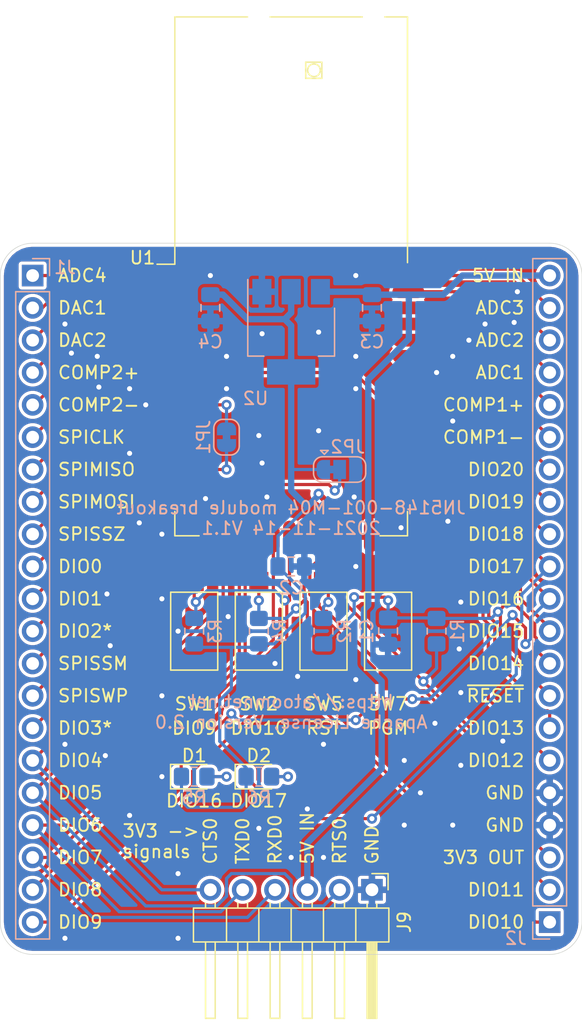
<source format=kicad_pcb>
(kicad_pcb (version 20171130) (host pcbnew "(5.1.12)-1")
  (title_block (date 2021-11-14) (rev V1.1))
  (layers (0 F.Cu signal) (31 B.Cu signal) (34 B.Paste user hide) (35 F.Paste user hide) (36 B.SilkS user) (37 F.SilkS user) (38 B.Mask user) (39 F.Mask user) (44 Edge.Cuts user))
  (net 0 "")
  (net 1 SPISSZ)
  (net 2 SPISSM)
  (net 3 +3V3)
  (net 4 SPISWP)
  (net 5 GND)
  (net 6 ~RESET)
  (net 7 "Net-(R2-Pad2)")
  (net 8 SPIMISO)
  (net 9 DIO10)
  (net 10 DIO17)
  (net 11 DIO16)
  (net 12 DIO11)
  (net 13 DIO9)
  (net 14 DIO8)
  (net 15 DIO7)
  (net 16 DIO6)
  (net 17 DIO5)
  (net 18 DIO4)
  (net 19 DIO20)
  (net 20 DIO18)
  (net 21 DIO19)
  (net 22 DIO13)
  (net 23 DIO15)
  (net 24 DIO14)
  (net 25 DIO12)
  (net 26 SPIMOSI)
  (net 27 DIO0)
  (net 28 DIO1)
  (net 29 +5V)
  (net 30 "Net-(D1-Pad2)")
  (net 31 "Net-(D2-Pad2)")
  (net 32 ADC3)
  (net 33 ADC2)
  (net 34 ADC1)
  (net 35 COMP1+)
  (net 36 COMP1-)
  (net 37 ADC4)
  (net 38 DAC1)
  (net 39 DAC2)
  (net 40 COMP2+)
  (net 41 COMP2-)
  (net 42 SPICLK)
  (net 43 Radio_Transmit_Control)
  (net 44 Radio_Receive_Control)
  (module RF_Module-extra:JN5148-001-M04-handsolder (layer F.Cu) (at 144.78 93.98)
    (fp_text reference U1 (at -11.684 -19.177) (layer F.SilkS))
    (fp_text value JN5148-001-M04)
    (pad 26 smd oval (at 6.22 2.73 90) (size 2.5 1) (layers F.Cu F.Paste F.Mask) (net 5 GND))
    (pad 25 smd oval (at 4.95 2.73 90) (size 2.5 1) (layers F.Cu F.Paste F.Mask) (net 5 GND))
    (pad 24 smd oval (at 3.68 2.73 90) (size 2.5 1) (layers F.Cu F.Paste F.Mask) (net 3 +3V3))
    (pad 23 smd oval (at 2.41 2.73 90) (size 2.5 1) (layers F.Cu F.Paste F.Mask) (net 12 DIO11))
    (pad 22 smd oval (at 1.14 2.73 90) (size 2.5 1) (layers F.Cu F.Paste F.Mask) (net 9 DIO10))
    (pad 21 smd oval (at -0.13 2.73 90) (size 2.5 1) (layers F.Cu F.Paste F.Mask) (net 13 DIO9))
    (pad 20 smd oval (at -1.4 2.73 90) (size 2.5 1) (layers F.Cu F.Paste F.Mask) (net 14 DIO8))
    (pad 19 smd oval (at -2.67 2.73 90) (size 2.5 1) (layers F.Cu F.Paste F.Mask) (net 15 DIO7))
    (pad 18 smd oval (at -3.94 2.73 90) (size 2.5 1) (layers F.Cu F.Paste F.Mask) (net 16 DIO6))
    (pad 17 smd oval (at -5.21 2.73 90) (size 2.5 1) (layers F.Cu F.Paste F.Mask) (net 17 DIO5))
    (pad 16 smd oval (at -6.48 2.73 90) (size 2.5 1) (layers F.Cu F.Paste F.Mask) (net 18 DIO4))
    (pad 41 smd oval (at 9.21 -17.78) (size 2.5 1) (layers F.Cu F.Paste F.Mask) (net 32 ADC3))
    (pad 40 smd oval (at 9.21 -16.51) (size 2.5 1) (layers F.Cu F.Paste F.Mask) (net 33 ADC2))
    (pad 39 smd oval (at 9.21 -15.24) (size 2.5 1) (layers F.Cu F.Paste F.Mask) (net 34 ADC1))
    (pad 38 smd oval (at 9.21 -13.97) (size 2.5 1) (layers F.Cu F.Paste F.Mask) (net 35 COMP1+))
    (pad 36 smd oval (at 9.21 -11.43) (size 2.5 1) (layers F.Cu F.Paste F.Mask) (net 19 DIO20))
    (pad 34 smd oval (at 9.21 -8.89) (size 2.5 1) (layers F.Cu F.Paste F.Mask) (net 20 DIO18))
    (pad 35 smd oval (at 9.21 -10.16) (size 2.5 1) (layers F.Cu F.Paste F.Mask) (net 21 DIO19))
    (pad 37 smd oval (at 9.21 -12.7) (size 2.5 1) (layers F.Cu F.Paste F.Mask) (net 36 COMP1-))
    (pad 28 smd oval (at 9.21 -1.27) (size 2.5 1) (layers F.Cu F.Paste F.Mask) (net 22 DIO13))
    (pad 29 smd oval (at 9.21 -2.54) (size 2.5 1) (layers F.Cu F.Paste F.Mask) (net 6 ~RESET))
    (pad 31 smd oval (at 9.21 -5.08) (size 2.5 1) (layers F.Cu F.Paste F.Mask) (net 23 DIO15))
    (pad 30 smd oval (at 9.21 -3.81) (size 2.5 1) (layers F.Cu F.Paste F.Mask) (net 24 DIO14))
    (pad 33 smd oval (at 9.21 -7.62) (size 2.5 1) (layers F.Cu F.Paste F.Mask) (net 10 DIO17))
    (pad 32 smd oval (at 9.21 -6.35) (size 2.5 1) (layers F.Cu F.Paste F.Mask) (net 11 DIO16))
    (pad 27 smd oval (at 9.21 0) (size 2.5 1) (layers F.Cu F.Paste F.Mask) (net 25 DIO12))
    (pad 1 smd oval (at -9.21 -17.78) (size 2.5 1) (layers F.Cu F.Paste F.Mask) (net 37 ADC4))
    (pad 2 smd oval (at -9.21 -16.51) (size 2.5 1) (layers F.Cu F.Paste F.Mask) (net 38 DAC1))
    (pad 3 smd oval (at -9.21 -15.24) (size 2.5 1) (layers F.Cu F.Paste F.Mask) (net 39 DAC2))
    (pad 4 smd oval (at -9.21 -13.97) (size 2.5 1) (layers F.Cu F.Paste F.Mask) (net 40 COMP2+))
    (pad 5 smd oval (at -9.21 -12.7) (size 2.5 1) (layers F.Cu F.Paste F.Mask) (net 41 COMP2-))
    (pad 6 smd oval (at -9.21 -11.43) (size 2.5 1) (layers F.Cu F.Paste F.Mask) (net 42 SPICLK))
    (pad 7 smd oval (at -9.21 -10.16) (size 2.5 1) (layers F.Cu F.Paste F.Mask) (net 8 SPIMISO))
    (pad 8 smd oval (at -9.21 -8.89) (size 2.5 1) (layers F.Cu F.Paste F.Mask) (net 26 SPIMOSI))
    (pad 9 smd oval (at -9.21 -7.62) (size 2.5 1) (layers F.Cu F.Paste F.Mask) (net 1 SPISSZ))
    (pad 10 smd oval (at -9.21 -6.35) (size 2.5 1) (layers F.Cu F.Paste F.Mask) (net 27 DIO0))
    (pad 11 smd oval (at -9.21 -5.08) (size 2.5 1) (layers F.Cu F.Paste F.Mask) (net 28 DIO1))
    (pad 12 smd oval (at -9.21 -3.81) (size 2.5 1) (layers F.Cu F.Paste F.Mask) (net 44 Radio_Receive_Control))
    (pad 13 smd oval (at -9.21 -2.54) (size 2.5 1) (layers F.Cu F.Paste F.Mask) (net 2 SPISSM))
    (pad 14 smd oval (at -9.21 -1.27) (size 2.5 1) (layers F.Cu F.Paste F.Mask) (net 4 SPISWP))
    (pad 15 smd oval (at -9.21 0) (size 2.5 1) (layers F.Cu F.Paste F.Mask) (net 43 Radio_Transmit_Control))
  )
  (module Capacitor_SMD:C_0805_2012Metric_Pad1.18x1.45mm_HandSolder (layer B.Cu) (at 144.78 99.06)
    (fp_text reference C2 (at 0 1.68) (layer B.SilkS) (effects (justify mirror)))
    (fp_text value 100nF)
    (pad 2 smd roundrect (at 1.0375 0) (size 1.175 1.45) (layers B.Cu B.Paste B.Mask) (roundrect_rratio 0.2127659574468085) (net 5 GND))
    (pad 1 smd roundrect (at -1.0375 0) (size 1.175 1.45) (layers B.Cu B.Paste B.Mask) (roundrect_rratio 0.2127659574468085) (net 3 +3V3))
  )
  (module Connector_PinHeader_2.54mm-extra:PinHeader_1x21+21_P2.54mm_Vertical (layer B.Cu) (at 165.1 127)
    (fp_text reference J2 (at -2.667 1.27) (layer B.SilkS) (effects (justify mirror)))
    (fp_text value Conn_01x21_Male)
    (pad 42 thru_hole oval (at 0 -50.8) (size 1.7 1.7) (drill 1) (layers *.Cu *.Mask) (net 29 +5V))
    (pad 41 thru_hole oval (at 0 -48.26) (size 1.7 1.7) (drill 1) (layers *.Cu *.Mask) (net 32 ADC3))
    (pad 40 thru_hole oval (at 0 -45.72) (size 1.7 1.7) (drill 1) (layers *.Cu *.Mask) (net 33 ADC2))
    (pad 39 thru_hole oval (at 0 -43.18) (size 1.7 1.7) (drill 1) (layers *.Cu *.Mask) (net 34 ADC1))
    (pad 38 thru_hole oval (at 0 -40.64) (size 1.7 1.7) (drill 1) (layers *.Cu *.Mask) (net 35 COMP1+))
    (pad 37 thru_hole oval (at 0 -38.1) (size 1.7 1.7) (drill 1) (layers *.Cu *.Mask) (net 36 COMP1-))
    (pad 36 thru_hole oval (at 0 -35.56) (size 1.7 1.7) (drill 1) (layers *.Cu *.Mask) (net 19 DIO20))
    (pad 35 thru_hole oval (at 0 -33.02) (size 1.7 1.7) (drill 1) (layers *.Cu *.Mask) (net 21 DIO19))
    (pad 34 thru_hole oval (at 0 -30.48) (size 1.7 1.7) (drill 1) (layers *.Cu *.Mask) (net 20 DIO18))
    (pad 33 thru_hole oval (at 0 -27.94) (size 1.7 1.7) (drill 1) (layers *.Cu *.Mask) (net 10 DIO17))
    (pad 32 thru_hole oval (at 0 -25.4) (size 1.7 1.7) (drill 1) (layers *.Cu *.Mask) (net 11 DIO16))
    (pad 31 thru_hole oval (at 0 -22.86) (size 1.7 1.7) (drill 1) (layers *.Cu *.Mask) (net 23 DIO15))
    (pad 30 thru_hole oval (at 0 -20.32) (size 1.7 1.7) (drill 1) (layers *.Cu *.Mask) (net 24 DIO14))
    (pad 29 thru_hole oval (at 0 -17.78) (size 1.7 1.7) (drill 1) (layers *.Cu *.Mask) (net 6 ~RESET))
    (pad 28 thru_hole oval (at 0 -15.24) (size 1.7 1.7) (drill 1) (layers *.Cu *.Mask) (net 22 DIO13))
    (pad 27 thru_hole oval (at 0 -12.7) (size 1.7 1.7) (drill 1) (layers *.Cu *.Mask) (net 25 DIO12))
    (pad 26 thru_hole oval (at 0 -10.16) (size 1.7 1.7) (drill 1) (layers *.Cu *.Mask) (net 5 GND))
    (pad 25 thru_hole oval (at 0 -7.62) (size 1.7 1.7) (drill 1) (layers *.Cu *.Mask) (net 5 GND))
    (pad 24 thru_hole oval (at 0 -5.08) (size 1.7 1.7) (drill 1) (layers *.Cu *.Mask) (net 3 +3V3))
    (pad 23 thru_hole oval (at 0 -2.54) (size 1.7 1.7) (drill 1) (layers *.Cu *.Mask) (net 12 DIO11))
    (pad 22 thru_hole rect (at 0 0) (size 1.7 1.7) (drill 1) (layers *.Cu *.Mask) (net 9 DIO10))
  )
  (module Connector_PinHeader_2.54mm:PinHeader_1x21_P2.54mm_Vertical (layer B.Cu) (at 124.46 76.2 180)
    (fp_text reference J1 (at -2.54 0.635) (layer B.SilkS) (effects (justify mirror)))
    (fp_text value Conn_01x21_Male)
    (pad 21 thru_hole oval (at 0 -50.8 180) (size 1.7 1.7) (drill 1) (layers *.Cu *.Mask) (net 13 DIO9))
    (pad 20 thru_hole oval (at 0 -48.26 180) (size 1.7 1.7) (drill 1) (layers *.Cu *.Mask) (net 14 DIO8))
    (pad 19 thru_hole oval (at 0 -45.72 180) (size 1.7 1.7) (drill 1) (layers *.Cu *.Mask) (net 15 DIO7))
    (pad 18 thru_hole oval (at 0 -43.18 180) (size 1.7 1.7) (drill 1) (layers *.Cu *.Mask) (net 16 DIO6))
    (pad 17 thru_hole oval (at 0 -40.64 180) (size 1.7 1.7) (drill 1) (layers *.Cu *.Mask) (net 17 DIO5))
    (pad 16 thru_hole oval (at 0 -38.1 180) (size 1.7 1.7) (drill 1) (layers *.Cu *.Mask) (net 18 DIO4))
    (pad 15 thru_hole oval (at 0 -35.56 180) (size 1.7 1.7) (drill 1) (layers *.Cu *.Mask) (net 43 Radio_Transmit_Control))
    (pad 14 thru_hole oval (at 0 -33.02 180) (size 1.7 1.7) (drill 1) (layers *.Cu *.Mask) (net 4 SPISWP))
    (pad 13 thru_hole oval (at 0 -30.48 180) (size 1.7 1.7) (drill 1) (layers *.Cu *.Mask) (net 2 SPISSM))
    (pad 12 thru_hole oval (at 0 -27.94 180) (size 1.7 1.7) (drill 1) (layers *.Cu *.Mask) (net 44 Radio_Receive_Control))
    (pad 11 thru_hole oval (at 0 -25.4 180) (size 1.7 1.7) (drill 1) (layers *.Cu *.Mask) (net 28 DIO1))
    (pad 10 thru_hole oval (at 0 -22.86 180) (size 1.7 1.7) (drill 1) (layers *.Cu *.Mask) (net 27 DIO0))
    (pad 9 thru_hole oval (at 0 -20.32 180) (size 1.7 1.7) (drill 1) (layers *.Cu *.Mask) (net 1 SPISSZ))
    (pad 8 thru_hole oval (at 0 -17.78 180) (size 1.7 1.7) (drill 1) (layers *.Cu *.Mask) (net 26 SPIMOSI))
    (pad 7 thru_hole oval (at 0 -15.24 180) (size 1.7 1.7) (drill 1) (layers *.Cu *.Mask) (net 8 SPIMISO))
    (pad 6 thru_hole oval (at 0 -12.7 180) (size 1.7 1.7) (drill 1) (layers *.Cu *.Mask) (net 42 SPICLK))
    (pad 5 thru_hole oval (at 0 -10.16 180) (size 1.7 1.7) (drill 1) (layers *.Cu *.Mask) (net 41 COMP2-))
    (pad 4 thru_hole oval (at 0 -7.62 180) (size 1.7 1.7) (drill 1) (layers *.Cu *.Mask) (net 40 COMP2+))
    (pad 3 thru_hole oval (at 0 -5.08 180) (size 1.7 1.7) (drill 1) (layers *.Cu *.Mask) (net 39 DAC2))
    (pad 2 thru_hole oval (at 0 -2.54 180) (size 1.7 1.7) (drill 1) (layers *.Cu *.Mask) (net 38 DAC1))
    (pad 1 thru_hole rect (at 0 0 180) (size 1.7 1.7) (drill 1) (layers *.Cu *.Mask) (net 37 ADC4))
  )
  (module Package_TO_SOT_SMD:SOT-223-3_TabPin2 (layer B.Cu) (at 144.78 80.62 270)
    (fp_text reference U2 (at 5.232 2.794 180) (layer B.SilkS) (effects (justify mirror)))
    (fp_text value NCP1117LPST33T3G)
    (pad 1 smd rect (at -3.15 2.3 270) (size 2 1.5) (layers B.Cu B.Paste B.Mask) (net 5 GND))
    (pad 3 smd rect (at -3.15 -2.3 270) (size 2 1.5) (layers B.Cu B.Paste B.Mask) (net 29 +5V))
    (pad 2 smd rect (at -3.15 0 270) (size 2 1.5) (layers B.Cu B.Paste B.Mask) (net 3 +3V3))
    (pad 2 smd rect (at 3.15 0 270) (size 2 3.8) (layers B.Cu B.Paste B.Mask) (net 3 +3V3))
  )
  (module Button_Switch_SMD:SW_SPST_CK_RS282G05A3 (layer F.Cu) (at 142.24 104.14 90)
    (fp_text reference SW2 (at -5.715 0 180) (layer F.SilkS))
    (fp_text value SW_Push)
    (pad 2 smd rect (at 3.9 0 90) (size 1.5 1.5) (layers F.Cu F.Paste F.Mask) (net 9 DIO10))
    (pad 1 smd rect (at -3.9 0 90) (size 1.5 1.5) (layers F.Cu F.Paste F.Mask) (net 5 GND))
  )
  (module Button_Switch_SMD:SW_SPST_CK_RS282G05A3 (layer F.Cu) (at 137.16 104.14 90)
    (fp_text reference SW1 (at -5.715 0 180) (layer F.SilkS))
    (fp_text value SW_Push)
    (pad 2 smd rect (at 3.9 0 90) (size 1.5 1.5) (layers F.Cu F.Paste F.Mask) (net 13 DIO9))
    (pad 1 smd rect (at -3.9 0 90) (size 1.5 1.5) (layers F.Cu F.Paste F.Mask) (net 5 GND))
  )
  (module Resistor_SMD:R_0805_2012Metric_Pad1.20x1.40mm_HandSolder (layer B.Cu) (at 142.24 115.57)
    (fp_text reference R6 (at 0 1.65) (layer B.SilkS) (effects (justify mirror)))
    (fp_text value 4k7)
    (pad 2 smd roundrect (at 1 0) (size 1.2 1.4) (layers B.Cu B.Paste B.Mask) (roundrect_rratio 0.2083325) (net 31 "Net-(D2-Pad2)"))
    (pad 1 smd roundrect (at -1 0) (size 1.2 1.4) (layers B.Cu B.Paste B.Mask) (roundrect_rratio 0.2083325) (net 3 +3V3))
  )
  (module Resistor_SMD:R_0805_2012Metric_Pad1.20x1.40mm_HandSolder (layer B.Cu) (at 137.16 115.57)
    (fp_text reference R5 (at 0 1.65) (layer B.SilkS) (effects (justify mirror)))
    (fp_text value 4k7)
    (pad 2 smd roundrect (at 1 0) (size 1.2 1.4) (layers B.Cu B.Paste B.Mask) (roundrect_rratio 0.2083325) (net 30 "Net-(D1-Pad2)"))
    (pad 1 smd roundrect (at -1 0) (size 1.2 1.4) (layers B.Cu B.Paste B.Mask) (roundrect_rratio 0.2083325) (net 3 +3V3))
  )
  (module Resistor_SMD:R_0805_2012Metric_Pad1.20x1.40mm_HandSolder (layer B.Cu) (at 142.24 104.14 90)
    (fp_text reference R4 (at 0 1.65 90) (layer B.SilkS) (effects (justify mirror)))
    (fp_text value 4k7)
    (pad 2 smd roundrect (at 1 0 90) (size 1.2 1.4) (layers B.Cu B.Paste B.Mask) (roundrect_rratio 0.2083325) (net 9 DIO10))
    (pad 1 smd roundrect (at -1 0 90) (size 1.2 1.4) (layers B.Cu B.Paste B.Mask) (roundrect_rratio 0.2083325) (net 3 +3V3))
  )
  (module Resistor_SMD:R_0805_2012Metric_Pad1.20x1.40mm_HandSolder (layer B.Cu) (at 137.16 104.14 90)
    (fp_text reference R3 (at 0 1.65 90) (layer B.SilkS) (effects (justify mirror)))
    (fp_text value 4k7)
    (pad 2 smd roundrect (at 1 0 90) (size 1.2 1.4) (layers B.Cu B.Paste B.Mask) (roundrect_rratio 0.2083325) (net 13 DIO9))
    (pad 1 smd roundrect (at -1 0 90) (size 1.2 1.4) (layers B.Cu B.Paste B.Mask) (roundrect_rratio 0.2083325) (net 3 +3V3))
  )
  (module Connector_PinHeader_2.54mm:PinHeader_1x06_P2.54mm_Horizontal (layer F.Cu) (at 151.13 124.46 270)
    (fp_text reference J9 (at 2.54 -2.54 90) (layer F.SilkS))
    (fp_text value Conn_01x06_Male)
    (pad 6 thru_hole oval (at 0 12.7 270) (size 1.7 1.7) (drill 1) (layers *.Cu *.Mask) (net 18 DIO4))
    (pad 5 thru_hole oval (at 0 10.16 270) (size 1.7 1.7) (drill 1) (layers *.Cu *.Mask) (net 16 DIO6))
    (pad 4 thru_hole oval (at 0 7.62 270) (size 1.7 1.7) (drill 1) (layers *.Cu *.Mask) (net 15 DIO7))
    (pad 3 thru_hole oval (at 0 5.08 270) (size 1.7 1.7) (drill 1) (layers *.Cu *.Mask) (net 29 +5V))
    (pad 2 thru_hole oval (at 0 2.54 270) (size 1.7 1.7) (drill 1) (layers *.Cu *.Mask) (net 17 DIO5))
    (pad 1 thru_hole rect (at 0 0 270) (size 1.7 1.7) (drill 1) (layers *.Cu *.Mask) (net 5 GND))
  )
  (module LED_SMD:LED_0805_2012Metric_Pad1.15x1.40mm_HandSolder (layer F.Cu) (at 142.24 115.57)
    (fp_text reference D2 (at 0 -1.65) (layer F.SilkS))
    (fp_text value Green)
    (pad 2 smd roundrect (at 1.025 0) (size 1.15 1.4) (layers F.Cu F.Paste F.Mask) (roundrect_rratio 0.2173904347826087) (net 31 "Net-(D2-Pad2)"))
    (pad 1 smd roundrect (at -1.025 0) (size 1.15 1.4) (layers F.Cu F.Paste F.Mask) (roundrect_rratio 0.2173904347826087) (net 10 DIO17))
  )
  (module LED_SMD:LED_0805_2012Metric_Pad1.15x1.40mm_HandSolder (layer F.Cu) (at 137.16 115.57)
    (fp_text reference D1 (at 0 -1.65) (layer F.SilkS))
    (fp_text value Green)
    (pad 2 smd roundrect (at 1.025 0) (size 1.15 1.4) (layers F.Cu F.Paste F.Mask) (roundrect_rratio 0.2173904347826087) (net 30 "Net-(D1-Pad2)"))
    (pad 1 smd roundrect (at -1.025 0) (size 1.15 1.4) (layers F.Cu F.Paste F.Mask) (roundrect_rratio 0.2173904347826087) (net 11 DIO16))
  )
  (module Capacitor_SMD:C_0805_2012Metric_Pad1.18x1.45mm_HandSolder (layer B.Cu) (at 138.43 78.74 270)
    (fp_text reference C4 (at 2.667 0 180) (layer B.SilkS) (effects (justify mirror)))
    (fp_text value 10uF)
    (pad 2 smd roundrect (at 1.0375 0 270) (size 1.175 1.45) (layers B.Cu B.Paste B.Mask) (roundrect_rratio 0.2127659574468085) (net 5 GND))
    (pad 1 smd roundrect (at -1.0375 0 270) (size 1.175 1.45) (layers B.Cu B.Paste B.Mask) (roundrect_rratio 0.2127659574468085) (net 3 +3V3))
  )
  (module Capacitor_SMD:C_0805_2012Metric_Pad1.18x1.45mm_HandSolder (layer B.Cu) (at 151.13 78.74 270)
    (fp_text reference C3 (at 2.667 0 180) (layer B.SilkS) (effects (justify mirror)))
    (fp_text value 10uF)
    (pad 2 smd roundrect (at 1.0375 0 270) (size 1.175 1.45) (layers B.Cu B.Paste B.Mask) (roundrect_rratio 0.2127659574468085) (net 5 GND))
    (pad 1 smd roundrect (at -1.0375 0 270) (size 1.175 1.45) (layers B.Cu B.Paste B.Mask) (roundrect_rratio 0.2127659574468085) (net 29 +5V))
  )
  (module Button_Switch_SMD:SW_SPST_CK_RS282G05A3 (layer F.Cu) (at 152.4 104.14 90)
    (fp_text reference SW7 (at -5.715 0 180) (layer F.SilkS))
    (fp_text value SW_Push)
    (pad 2 smd rect (at 3.9 0 90) (size 1.5 1.5) (layers F.Cu F.Paste F.Mask) (net 8 SPIMISO))
    (pad 1 smd rect (at -3.9 0 90) (size 1.5 1.5) (layers F.Cu F.Paste F.Mask) (net 5 GND))
  )
  (module Button_Switch_SMD:SW_SPST_CK_RS282G05A3 (layer F.Cu) (at 147.32 104.14 90)
    (fp_text reference SW5 (at -5.715 0 180) (layer F.SilkS))
    (fp_text value SW_Push)
    (pad 2 smd rect (at 3.9 0 90) (size 1.5 1.5) (layers F.Cu F.Paste F.Mask) (net 7 "Net-(R2-Pad2)"))
    (pad 1 smd rect (at -3.9 0 90) (size 1.5 1.5) (layers F.Cu F.Paste F.Mask) (net 5 GND))
  )
  (module Resistor_SMD:R_0805_2012Metric_Pad1.20x1.40mm_HandSolder (layer B.Cu) (at 147.32 104.14 90)
    (fp_text reference R2 (at 0 1.65 90) (layer B.SilkS) (effects (justify mirror)))
    (fp_text value 100R)
    (pad 2 smd roundrect (at 1 0 90) (size 1.2 1.4) (layers B.Cu B.Paste B.Mask) (roundrect_rratio 0.2083325) (net 7 "Net-(R2-Pad2)"))
    (pad 1 smd roundrect (at -1 0 90) (size 1.2 1.4) (layers B.Cu B.Paste B.Mask) (roundrect_rratio 0.2083325) (net 6 ~RESET))
  )
  (module Resistor_SMD:R_0805_2012Metric_Pad1.20x1.40mm_HandSolder (layer B.Cu) (at 156.21 104.14 90)
    (fp_text reference R1 (at 0 1.65 90) (layer B.SilkS) (effects (justify mirror)))
    (fp_text value 10k)
    (pad 2 smd roundrect (at 1 0 90) (size 1.2 1.4) (layers B.Cu B.Paste B.Mask) (roundrect_rratio 0.2083325) (net 6 ~RESET))
    (pad 1 smd roundrect (at -1 0 90) (size 1.2 1.4) (layers B.Cu B.Paste B.Mask) (roundrect_rratio 0.2083325) (net 3 +3V3))
  )
  (module Capacitor_SMD:C_0805_2012Metric_Pad1.18x1.45mm_HandSolder (layer B.Cu) (at 152.4 104.14 270)
    (fp_text reference C1 (at 0 1.68 90) (layer B.SilkS) (effects (justify mirror)))
    (fp_text value 100nF)
    (pad 2 smd roundrect (at 1.0375 0 270) (size 1.175 1.45) (layers B.Cu B.Paste B.Mask) (roundrect_rratio 0.2127659574468085) (net 5 GND))
    (pad 1 smd roundrect (at -1.0375 0 270) (size 1.175 1.45) (layers B.Cu B.Paste B.Mask) (roundrect_rratio 0.2127659574468085) (net 6 ~RESET))
  )
  (module Jumper:SolderJumper-3_P1.3mm_Bridged12_RoundedPad1.0x1.5mm (layer B.Cu) (at 148.59 91.44)
    (fp_text reference JP2 (at 0.635 -1.778) (layer B.SilkS) (effects (justify mirror)))
    (fp_text value SolderJumper_3_Bridged12)
    (fp_poly (pts (xy -0.9 0.3) (xy -0.4 0.3) (xy -0.4 -0.3) (xy -0.9 -0.3)) (layer B.Cu) (width 0))
    (pad 1 smd custom (at -1.3 0) (size 1 0.5) (layers B.Cu B.Mask) (net 3 +3V3) (options (clearance outline) (anchor rect)) (primitives (gr_circle (center 0 -0.25) (end 0.5 -0.25) (width 0)) (gr_circle (center 0 0.25) (end 0.5 0.25) (width 0)) (gr_poly (pts (xy 0.55 0.75) (xy 0 0.75) (xy 0 -0.75) (xy 0.55 -0.75)) (width 0))))
    (pad 2 smd rect (at 0 0) (size 1 1.5) (layers B.Cu B.Mask) (net 4 SPISWP))
    (pad 3 smd custom (at 1.3 0) (size 1 0.5) (layers B.Cu B.Mask) (net 5 GND) (options (clearance outline) (anchor rect)) (primitives (gr_circle (center 0 -0.25) (end 0.5 -0.25) (width 0)) (gr_circle (center 0 0.25) (end 0.5 0.25) (width 0)) (gr_poly (pts (xy -0.55 0.75) (xy 0 0.75) (xy 0 -0.75) (xy -0.55 -0.75)) (width 0))))
  )
  (module Jumper:SolderJumper-2_P1.3mm_Bridged_RoundedPad1.0x1.5mm (layer B.Cu) (at 139.7 88.9 270)
    (fp_text reference JP1 (at 0 1.8 270) (layer B.SilkS) (effects (justify mirror)))
    (fp_text value SolderJumper_2_Bridged)
    (fp_poly (pts (xy 0.25 0.3) (xy -0.25 0.3) (xy -0.25 -0.3) (xy 0.25 -0.3)) (layer B.Cu) (width 0))
    (pad 1 smd custom (at -0.65 0 270) (size 1 0.5) (layers B.Cu B.Mask) (net 1 SPISSZ) (options (clearance outline) (anchor rect)) (primitives (gr_circle (center 0 -0.25) (end 0.5 -0.25) (width 0)) (gr_circle (center 0 0.25) (end 0.5 0.25) (width 0)) (gr_poly (pts (xy 0 0.75) (xy 0.5 0.75) (xy 0.5 -0.75) (xy 0 -0.75)) (width 0))))
    (pad 2 smd custom (at 0.65 0 270) (size 1 0.5) (layers B.Cu B.Mask) (net 2 SPISSM) (options (clearance outline) (anchor rect)) (primitives (gr_circle (center 0 -0.25) (end 0.5 -0.25) (width 0)) (gr_circle (center 0 0.25) (end 0.5 0.25) (width 0)) (gr_poly (pts (xy 0 0.75) (xy -0.5 0.75) (xy -0.5 -0.75) (xy 0 -0.75)) (width 0))))
  )
  (gr_text "https://atoomnet.net\nApache License, Version 2.0" (at 144.78 110.49) (layer B.SilkS) (effects (font (size 1 1)) (justify mirror)))
  (gr_text "JN5148-001-M04 module breakout\n2021-11-14 V1.1" (at 144.78 95.25) (layer B.SilkS) (effects (font (size 1 1)) (justify mirror)))
  (gr_text DIO17 (at 142.24 117.475) (layer F.SilkS) (effects (font (size 1 1))))
  (gr_text DIO16 (at 137.16 117.475) (layer F.SilkS) (effects (font (size 1 1))))
  (gr_text "3V3 ->\nsignals" (at 131.445 120.65) (layer F.SilkS) (effects (font (size 1 1)) (justify left)))
  (gr_text GND (at 151.13 122.555 90) (layer F.SilkS) (effects (font (size 1 1)) (justify left)))
  (gr_text RTS0 (at 148.59 122.555 90) (layer F.SilkS) (effects (font (size 1 1)) (justify left)))
  (gr_text "5V IN" (at 146.05 122.555 90) (layer F.SilkS) (effects (font (size 1 1)) (justify left)))
  (gr_text RXD0 (at 143.51 122.555 90) (layer F.SilkS) (effects (font (size 1 1)) (justify left)))
  (gr_text TXD0 (at 140.97 122.555 90) (layer F.SilkS) (effects (font (size 1 1)) (justify left)))
  (gr_text CTS0 (at 138.43 122.555 90) (layer F.SilkS) (effects (font (size 1 1)) (justify left)))
  (gr_arc (start 124.46 127) (end 121.92 127) (angle -90) (layer Edge.Cuts) (width 0.05))
  (gr_arc (start 165.1 127) (end 165.1 129.54) (angle -90) (layer Edge.Cuts) (width 0.05))
  (gr_arc (start 165.1 76.2) (end 167.64 76.2) (angle -90) (layer Edge.Cuts) (width 0.05))
  (gr_arc (start 124.46 76.2) (end 124.46 73.66) (angle -90) (layer Edge.Cuts) (width 0.05))
  (gr_text "5V IN" (at 163.195 76.2) (layer F.SilkS) (effects (font (size 1 1)) (justify right)))
  (gr_text ADC3 (at 163.195 78.74) (layer F.SilkS) (effects (font (size 1 1)) (justify right)))
  (gr_text ADC2 (at 163.195 81.28) (layer F.SilkS) (effects (font (size 1 1)) (justify right)))
  (gr_text ADC1 (at 163.195 83.82) (layer F.SilkS) (effects (font (size 1 1)) (justify right)))
  (gr_text COMP1+ (at 163.195 86.36) (layer F.SilkS) (effects (font (size 1 1)) (justify right)))
  (gr_text COMP1- (at 163.195 88.9) (layer F.SilkS) (effects (font (size 1 1)) (justify right)))
  (gr_text DIO20 (at 163.195 91.44) (layer F.SilkS) (effects (font (size 1 1)) (justify right)))
  (gr_text DIO19 (at 163.195 93.98) (layer F.SilkS) (effects (font (size 1 1)) (justify right)))
  (gr_text DIO18 (at 163.195 96.52) (layer F.SilkS) (effects (font (size 1 1)) (justify right)))
  (gr_text DIO17 (at 163.195 99.06) (layer F.SilkS) (effects (font (size 1 1)) (justify right)))
  (gr_text DIO16 (at 163.195 101.6) (layer F.SilkS) (effects (font (size 1 1)) (justify right)))
  (gr_text DIO15 (at 163.195 104.14) (layer F.SilkS) (effects (font (size 1 1)) (justify right)))
  (gr_text DIO14 (at 163.195 106.68) (layer F.SilkS) (effects (font (size 1 1)) (justify right)))
  (gr_text ~RESET (at 163.195 109.22) (layer F.SilkS) (effects (font (size 1 1)) (justify right)))
  (gr_text DIO13 (at 163.195 111.76) (layer F.SilkS) (effects (font (size 1 1)) (justify right)))
  (gr_text DIO12 (at 163.195 114.3) (layer F.SilkS) (effects (font (size 1 1)) (justify right)))
  (gr_text GND (at 163.195 116.84) (layer F.SilkS) (effects (font (size 1 1)) (justify right)))
  (gr_text GND (at 163.195 119.38) (layer F.SilkS) (effects (font (size 1 1)) (justify right)))
  (gr_text "3V3 OUT" (at 163.195 121.92) (layer F.SilkS) (effects (font (size 1 1)) (justify right)))
  (gr_text DIO11 (at 163.195 124.46) (layer F.SilkS) (effects (font (size 1 1)) (justify right)))
  (gr_text DIO10 (at 163.195 127) (layer F.SilkS) (effects (font (size 1 1)) (justify right)))
  (gr_text DIO9 (at 126.365 127) (layer F.SilkS) (effects (font (size 1 1)) (justify left)))
  (gr_text DIO8 (at 126.365 124.46) (layer F.SilkS) (effects (font (size 1 1)) (justify left)))
  (gr_text DIO7 (at 126.365 121.92) (layer F.SilkS) (effects (font (size 1 1)) (justify left)))
  (gr_text DIO6 (at 126.365 119.38) (layer F.SilkS) (effects (font (size 1 1)) (justify left)))
  (gr_text DIO5 (at 126.365 116.84) (layer F.SilkS) (effects (font (size 1 1)) (justify left)))
  (gr_text DIO4 (at 126.365 114.3) (layer F.SilkS) (effects (font (size 1 1)) (justify left)))
  (gr_text DIO3* (at 126.365 111.76) (layer F.SilkS) (effects (font (size 1 1)) (justify left)))
  (gr_text SPISWP (at 126.365 109.22) (layer F.SilkS) (effects (font (size 1 1)) (justify left)))
  (gr_text SPISSM (at 126.365 106.68) (layer F.SilkS) (effects (font (size 1 1)) (justify left)))
  (gr_text DIO2* (at 126.365 104.14) (layer F.SilkS) (effects (font (size 1 1)) (justify left)))
  (gr_text DIO1 (at 126.365 101.6) (layer F.SilkS) (effects (font (size 1 1)) (justify left)))
  (gr_text DIO0 (at 126.365 99.06) (layer F.SilkS) (effects (font (size 1 1)) (justify left)))
  (gr_text SPISSZ (at 126.365 96.52) (layer F.SilkS) (effects (font (size 1 1)) (justify left)))
  (gr_text SPIMOSI (at 126.365 93.98) (layer F.SilkS) (effects (font (size 1 1)) (justify left)))
  (gr_text SPIMISO (at 126.365 91.44) (layer F.SilkS) (effects (font (size 1 1)) (justify left)))
  (gr_text SPICLK (at 126.365 88.9) (layer F.SilkS) (effects (font (size 1 1)) (justify left)))
  (gr_text COMP2- (at 126.365 86.36) (layer F.SilkS) (effects (font (size 1 1)) (justify left)))
  (gr_text COMP2+ (at 126.365 83.82) (layer F.SilkS) (effects (font (size 1 1)) (justify left)))
  (gr_text DAC2 (at 126.365 81.28) (layer F.SilkS) (effects (font (size 1 1)) (justify left)))
  (gr_text DAC1 (at 126.365 78.74) (layer F.SilkS) (effects (font (size 1 1)) (justify left)))
  (gr_text ADC4 (at 126.365 76.2) (layer F.SilkS) (effects (font (size 1 1)) (justify left)))
  (gr_line (start 167.64 76.2) (end 167.64 127) (layer Edge.Cuts) (width 0.05))
  (gr_line (start 124.46 73.66) (end 165.1 73.66) (layer Edge.Cuts) (width 0.05))
  (gr_line (start 121.92 127) (end 121.92 76.2) (layer Edge.Cuts) (width 0.05))
  (gr_line (start 165.1 129.54) (end 124.46 129.54) (layer Edge.Cuts) (width 0.05))
  (gr_text PGM (at 152.4 111.76) (layer F.SilkS) (effects (font (size 1 1))))
  (gr_text RST (at 147.32 111.76) (layer F.SilkS) (effects (font (size 1 1))))
  (gr_text DIO10 (at 142.24 111.76) (layer F.SilkS) (effects (font (size 1 1))))
  (gr_text DIO9 (at 137.16 111.76) (layer F.SilkS) (effects (font (size 1 1))))
  (via (at 139.7 86.36) (size 0.8) (drill 0.4) (layers F.Cu B.Cu) (net 1))
  (segment (start 135.57 86.36) (end 139.7 86.36) (width 0.25) (layer F.Cu) (net 1))
  (segment (start 139.7 86.36) (end 139.7 88.25) (width 0.25) (layer B.Cu) (net 1))
  (segment (start 134.62 86.36) (end 124.46 96.52) (width 0.25) (layer F.Cu) (net 1))
  (segment (start 135.57 86.36) (end 134.62 86.36) (width 0.25) (layer F.Cu) (net 1))
  (via (at 139.7 91.44) (size 0.8) (drill 0.4) (layers F.Cu B.Cu) (net 2))
  (segment (start 135.57 91.44) (end 139.7 91.44) (width 0.25) (layer F.Cu) (net 2))
  (segment (start 139.7 91.44) (end 139.7 89.55) (width 0.25) (layer B.Cu) (net 2))
  (segment (start 126.861978 104.278022) (end 124.46 106.68) (width 0.25) (layer F.Cu) (net 2))
  (segment (start 126.861978 98.817022) (end 126.861978 104.278022) (width 0.25) (layer F.Cu) (net 2))
  (segment (start 134.239 91.44) (end 126.861978 98.817022) (width 0.25) (layer F.Cu) (net 2))
  (segment (start 135.57 91.44) (end 134.239 91.44) (width 0.25) (layer F.Cu) (net 2))
  (segment (start 144.78 79.121) (end 144.78 77.47) (width 0.5) (layer B.Cu) (net 3))
  (segment (start 144.78 80.137) (end 144.272 79.629) (width 0.5) (layer B.Cu) (net 3))
  (segment (start 144.272 79.629) (end 144.78 79.121) (width 0.5) (layer B.Cu) (net 3))
  (segment (start 144.78 83.77) (end 144.78 80.137) (width 0.5) (layer B.Cu) (net 3))
  (segment (start 141.351 79.629) (end 144.272 79.629) (width 0.5) (layer B.Cu) (net 3))
  (segment (start 139.4245 77.7025) (end 141.351 79.629) (width 0.5) (layer B.Cu) (net 3))
  (segment (start 138.43 77.7025) (end 139.4245 77.7025) (width 0.5) (layer B.Cu) (net 3))
  (segment (start 163.924999 120.744999) (end 165.1 121.92) (width 0.25) (layer F.Cu) (net 3))
  (segment (start 163.924999 116.843586) (end 163.924999 120.744999) (width 0.25) (layer F.Cu) (net 3))
  (segment (start 148.46 101.378587) (end 163.924999 116.843586) (width 0.25) (layer F.Cu) (net 3))
  (segment (start 148.46 96.71) (end 148.46 101.378587) (width 0.25) (layer F.Cu) (net 3))
  (segment (start 144.78 93.091) (end 146.05 94.361) (width 0.5) (layer B.Cu) (net 3))
  (segment (start 144.78 91.44) (end 144.78 93.091) (width 0.5) (layer B.Cu) (net 3))
  (segment (start 147.29 91.44) (end 144.78 91.44) (width 0.25) (layer B.Cu) (net 3))
  (segment (start 144.78 83.77) (end 144.78 91.44) (width 0.5) (layer B.Cu) (net 3))
  (segment (start 141.24 115.57) (end 141.24 117.586) (width 0.25) (layer B.Cu) (net 3))
  (segment (start 141.24 117.586) (end 140.843 117.983) (width 0.25) (layer B.Cu) (net 3))
  (segment (start 140.843 117.983) (end 136.652 117.983) (width 0.25) (layer B.Cu) (net 3))
  (segment (start 136.16 117.491) (end 136.16 115.57) (width 0.25) (layer B.Cu) (net 3))
  (segment (start 136.652 117.983) (end 136.16 117.491) (width 0.25) (layer B.Cu) (net 3))
  (segment (start 141.97 105.41) (end 142.24 105.14) (width 0.25) (layer B.Cu) (net 3))
  (segment (start 140.081 105.41) (end 141.97 105.41) (width 0.25) (layer B.Cu) (net 3))
  (segment (start 143.7425 96.6685) (end 146.05 94.361) (width 0.25) (layer B.Cu) (net 3))
  (segment (start 143.7425 99.06) (end 143.7425 96.6685) (width 0.25) (layer B.Cu) (net 3))
  (segment (start 145.886001 101.203501) (end 145.886001 102.710001) (width 0.25) (layer B.Cu) (net 3))
  (segment (start 143.7425 99.06) (end 145.886001 101.203501) (width 0.25) (layer B.Cu) (net 3))
  (segment (start 143.456002 105.14) (end 142.24 105.14) (width 0.25) (layer B.Cu) (net 3))
  (segment (start 145.886001 102.710001) (end 143.456002 105.14) (width 0.25) (layer B.Cu) (net 3))
  (segment (start 156.21 107.061) (end 155.176207 108.094793) (width 0.25) (layer B.Cu) (net 3))
  (segment (start 156.21 105.14) (end 156.21 107.061) (width 0.25) (layer B.Cu) (net 3))
  (via (at 155.176207 108.094793) (size 0.8) (drill 0.4) (layers F.Cu B.Cu) (net 3))
  (via (at 146.939 93.345) (size 0.8) (drill 0.4) (layers F.Cu B.Cu) (net 3))
  (segment (start 148.46 96.71) (end 148.46 94.866) (width 0.5) (layer F.Cu) (net 3))
  (segment (start 146.05 94.361) (end 146.939 93.472) (width 0.5) (layer B.Cu) (net 3))
  (segment (start 146.939 93.472) (end 146.939 93.345) (width 0.5) (layer B.Cu) (net 3))
  (segment (start 148.46 94.866) (end 146.939 93.345) (width 0.5) (layer F.Cu) (net 3))
  (segment (start 139.165499 112.795499) (end 141.24 114.87) (width 0.25) (layer B.Cu) (net 3))
  (segment (start 139.165499 109.570499) (end 139.165499 112.795499) (width 0.25) (layer B.Cu) (net 3))
  (segment (start 140.081 108.654996) (end 139.165499 109.570499) (width 0.25) (layer B.Cu) (net 3))
  (segment (start 140.081 105.41) (end 140.081 108.654996) (width 0.25) (layer B.Cu) (net 3))
  (segment (start 141.24 114.87) (end 141.24 115.57) (width 0.25) (layer B.Cu) (net 3))
  (segment (start 137.414 105.41) (end 140.081 105.41) (width 0.25) (layer B.Cu) (net 3))
  (segment (start 137.16 105.156) (end 137.414 105.41) (width 0.25) (layer B.Cu) (net 3))
  (segment (start 127.311989 106.368011) (end 124.46 109.22) (width 0.25) (layer F.Cu) (net 4))
  (segment (start 127.311989 99.256011) (end 127.311989 106.368011) (width 0.25) (layer F.Cu) (net 4))
  (segment (start 133.858 92.71) (end 127.311989 99.256011) (width 0.25) (layer F.Cu) (net 4))
  (segment (start 135.57 92.71) (end 133.858 92.71) (width 0.25) (layer F.Cu) (net 4))
  (via (at 148.209 93.091) (size 0.8) (drill 0.4) (layers F.Cu B.Cu) (net 4))
  (segment (start 148.59 91.44) (end 148.59 92.71) (width 0.25) (layer B.Cu) (net 4))
  (segment (start 148.59 92.71) (end 148.209 93.091) (width 0.25) (layer B.Cu) (net 4))
  (segment (start 135.57 92.71) (end 137.07 92.71) (width 0.25) (layer F.Cu) (net 4))
  (segment (start 137.07 92.71) (end 137.160002 92.619998) (width 0.25) (layer F.Cu) (net 4))
  (segment (start 137.160002 92.619998) (end 147.737998 92.619998) (width 0.25) (layer F.Cu) (net 4))
  (segment (start 147.737998 92.619998) (end 148.209 93.091) (width 0.25) (layer F.Cu) (net 4))
  (via (at 139.7 82.55) (size 0.8) (drill 0.4) (layers F.Cu B.Cu) (net 5))
  (via (at 149.86 82.55) (size 0.8) (drill 0.4) (layers F.Cu B.Cu) (net 5))
  (via (at 149.86 85.09) (size 0.8) (drill 0.4) (layers F.Cu B.Cu) (net 5))
  (via (at 139.7 85.09) (size 0.8) (drill 0.4) (layers F.Cu B.Cu) (net 5))
  (via (at 132.08 85.09) (size 0.8) (drill 0.4) (layers F.Cu B.Cu) (net 5))
  (via (at 129.667 84.963) (size 0.8) (drill 0.4) (layers F.Cu B.Cu) (net 5))
  (via (at 129.54 82.55) (size 0.8) (drill 0.4) (layers F.Cu B.Cu) (net 5))
  (via (at 127.508 82.296) (size 0.8) (drill 0.4) (layers F.Cu B.Cu) (net 5))
  (via (at 127 80.01) (size 0.8) (drill 0.4) (layers F.Cu B.Cu) (net 5))
  (via (at 133.35 86.36) (size 0.8) (drill 0.4) (layers F.Cu B.Cu) (net 5))
  (via (at 132.08 90.17) (size 0.8) (drill 0.4) (layers F.Cu B.Cu) (net 5))
  (via (at 132.842 95.631) (size 0.8) (drill 0.4) (layers F.Cu B.Cu) (net 5))
  (via (at 156.21 83.82) (size 0.8) (drill 0.4) (layers F.Cu B.Cu) (net 5))
  (via (at 157.48 82.55) (size 0.8) (drill 0.4) (layers F.Cu B.Cu) (net 5))
  (via (at 158.75 81.28) (size 0.8) (drill 0.4) (layers F.Cu B.Cu) (net 5))
  (via (at 160.02 80.01) (size 0.8) (drill 0.4) (layers F.Cu B.Cu) (net 5))
  (via (at 162.306 79.883) (size 0.8) (drill 0.4) (layers F.Cu B.Cu) (net 5))
  (via (at 162.56 77.47) (size 0.8) (drill 0.4) (layers F.Cu B.Cu) (net 5))
  (via (at 157.48 87.63) (size 0.8) (drill 0.4) (layers F.Cu B.Cu) (net 5))
  (via (at 157.099 95.504) (size 0.8) (drill 0.4) (layers F.Cu B.Cu) (net 5))
  (via (at 158.115 101.854) (size 0.8) (drill 0.4) (layers F.Cu B.Cu) (net 5))
  (via (at 157.988 105.537) (size 0.8) (drill 0.4) (layers F.Cu B.Cu) (net 5))
  (via (at 158.115 108.966) (size 0.8) (drill 0.4) (layers F.Cu B.Cu) (net 5))
  (via (at 161.417 112.776) (size 0.8) (drill 0.4) (layers F.Cu B.Cu) (net 5))
  (via (at 156.083 111.379) (size 0.8) (drill 0.4) (layers F.Cu B.Cu) (net 5))
  (via (at 158.115 114.681) (size 0.8) (drill 0.4) (layers F.Cu B.Cu) (net 5))
  (via (at 147.32 113.03) (size 0.8) (drill 0.4) (layers F.Cu B.Cu) (net 5))
  (via (at 153.67 119.38) (size 0.8) (drill 0.4) (layers F.Cu B.Cu) (net 5))
  (via (at 157.48 119.38) (size 0.8) (drill 0.4) (layers F.Cu B.Cu) (net 5))
  (via (at 146.05 118.11) (size 0.8) (drill 0.4) (layers F.Cu B.Cu) (net 5))
  (via (at 142.24 119.634) (size 0.8) (drill 0.4) (layers F.Cu B.Cu) (net 5))
  (via (at 147.32 121.92) (size 0.8) (drill 0.4) (layers F.Cu B.Cu) (net 5))
  (via (at 144.78 121.92) (size 0.8) (drill 0.4) (layers F.Cu B.Cu) (net 5))
  (via (at 130.175 113.919) (size 0.8) (drill 0.4) (layers F.Cu B.Cu) (net 5))
  (via (at 132.08 118.618) (size 0.8) (drill 0.4) (layers F.Cu B.Cu) (net 5))
  (via (at 134.62 109.22) (size 0.8) (drill 0.4) (layers F.Cu B.Cu) (net 5))
  (via (at 134.62 101.6) (size 0.8) (drill 0.4) (layers F.Cu B.Cu) (net 5))
  (via (at 134.62 96.52) (size 0.8) (drill 0.4) (layers F.Cu B.Cu) (net 5))
  (via (at 130.302 101.219) (size 0.8) (drill 0.4) (layers F.Cu B.Cu) (net 5))
  (via (at 130.556 105.283) (size 0.8) (drill 0.4) (layers F.Cu B.Cu) (net 5))
  (via (at 135.89 104.14) (size 0.8) (drill 0.4) (layers F.Cu B.Cu) (net 5))
  (via (at 127 113.03) (size 0.8) (drill 0.4) (layers F.Cu B.Cu) (net 5))
  (via (at 134.62 115.57) (size 0.8) (drill 0.4) (layers F.Cu B.Cu) (net 5))
  (via (at 143.51 106.68) (size 0.8) (drill 0.4) (layers F.Cu B.Cu) (net 5))
  (via (at 139.827 102.997) (size 0.8) (drill 0.4) (layers F.Cu B.Cu) (net 5))
  (via (at 149.86 99.06) (size 0.8) (drill 0.4) (layers F.Cu B.Cu) (net 5))
  (via (at 149.733 93.599) (size 0.8) (drill 0.4) (layers F.Cu B.Cu) (net 5))
  (via (at 142.875 93.599) (size 0.8) (drill 0.4) (layers F.Cu B.Cu) (net 5))
  (via (at 142.494 90.932) (size 0.8) (drill 0.4) (layers F.Cu B.Cu) (net 5))
  (via (at 138.049 93.726) (size 0.8) (drill 0.4) (layers F.Cu B.Cu) (net 5))
  (via (at 146.939 88.392) (size 0.8) (drill 0.4) (layers F.Cu B.Cu) (net 5))
  (via (at 142.24 88.773) (size 0.8) (drill 0.4) (layers F.Cu B.Cu) (net 5))
  (via (at 146.939 80.645) (size 0.8) (drill 0.4) (layers F.Cu B.Cu) (net 5))
  (via (at 142.494 80.772) (size 0.8) (drill 0.4) (layers F.Cu B.Cu) (net 5))
  (via (at 138.43 76.2) (size 0.8) (drill 0.4) (layers F.Cu B.Cu) (net 5))
  (via (at 149.86 76.2) (size 0.8) (drill 0.4) (layers F.Cu B.Cu) (net 5))
  (via (at 135.89 123.19) (size 0.8) (drill 0.4) (layers F.Cu B.Cu) (net 5))
  (via (at 135.89 128.27) (size 0.8) (drill 0.4) (layers F.Cu B.Cu) (net 5))
  (via (at 127 128.27) (size 0.8) (drill 0.4) (layers F.Cu B.Cu) (net 5))
  (via (at 154.94 116.84) (size 0.8) (drill 0.4) (layers F.Cu B.Cu) (net 5))
  (via (at 153.67 114.3) (size 0.8) (drill 0.4) (layers F.Cu B.Cu) (net 5))
  (via (at 145.288 107.696) (size 0.8) (drill 0.4) (layers F.Cu B.Cu) (net 5))
  (via (at 149.86 107.95) (size 0.8) (drill 0.4) (layers F.Cu B.Cu) (net 5))
  (via (at 153.416 96.012) (size 0.8) (drill 0.4) (layers F.Cu B.Cu) (net 5))
  (via (at 149.733 101.473) (size 0.8) (drill 0.4) (layers F.Cu B.Cu) (net 6))
  (segment (start 149.733 102.727) (end 149.733 101.473) (width 0.25) (layer B.Cu) (net 6))
  (segment (start 147.32 105.14) (end 149.733 102.727) (width 0.25) (layer B.Cu) (net 6))
  (via (at 152.4 101.727) (size 0.8) (drill 0.4) (layers F.Cu B.Cu) (net 6))
  (segment (start 149.733 101.473) (end 152.146 101.473) (width 0.25) (layer F.Cu) (net 6))
  (segment (start 152.146 101.473) (end 152.4 101.727) (width 0.25) (layer F.Cu) (net 6))
  (segment (start 152.4 101.727) (end 152.4 103.1025) (width 0.25) (layer B.Cu) (net 6))
  (segment (start 156.1725 103.1025) (end 156.21 103.14) (width 0.25) (layer B.Cu) (net 6))
  (segment (start 152.4 103.1025) (end 156.1725 103.1025) (width 0.25) (layer B.Cu) (net 6))
  (segment (start 161.435999 102.216001) (end 161.036 102.616) (width 0.25) (layer F.Cu) (net 6))
  (segment (start 156.339822 91.44) (end 161.435999 96.536177) (width 0.25) (layer F.Cu) (net 6))
  (via (at 161.036 102.616) (size 0.8) (drill 0.4) (layers F.Cu B.Cu) (net 6))
  (segment (start 161.224896 102.804896) (end 161.036 102.616) (width 0.25) (layer F.Cu) (net 6))
  (segment (start 160.512 103.14) (end 161.036 102.616) (width 0.25) (layer B.Cu) (net 6))
  (segment (start 165.1 109.22) (end 161.232011 105.352011) (width 0.25) (layer F.Cu) (net 6))
  (segment (start 153.99 91.44) (end 156.339822 91.44) (width 0.25) (layer F.Cu) (net 6))
  (segment (start 161.224896 103.538624) (end 161.224896 102.804896) (width 0.25) (layer F.Cu) (net 6))
  (segment (start 161.232011 103.545739) (end 161.224896 103.538624) (width 0.25) (layer F.Cu) (net 6))
  (segment (start 161.232011 105.352011) (end 161.232011 103.545739) (width 0.25) (layer F.Cu) (net 6))
  (segment (start 156.21 103.14) (end 160.512 103.14) (width 0.25) (layer B.Cu) (net 6))
  (segment (start 161.435999 96.536177) (end 161.435999 102.216001) (width 0.25) (layer F.Cu) (net 6))
  (via (at 147.701 101.854) (size 0.8) (drill 0.4) (layers F.Cu B.Cu) (net 7))
  (segment (start 147.32 102.235) (end 147.701 101.854) (width 0.25) (layer B.Cu) (net 7))
  (segment (start 147.32 103.14) (end 147.32 102.235) (width 0.25) (layer B.Cu) (net 7))
  (segment (start 147.701 100.621) (end 147.32 100.24) (width 0.25) (layer F.Cu) (net 7))
  (segment (start 147.701 101.854) (end 147.701 100.621) (width 0.25) (layer F.Cu) (net 7))
  (segment (start 132.08 83.82) (end 124.46 91.44) (width 0.25) (layer F.Cu) (net 8))
  (segment (start 135.57 83.82) (end 132.08 83.82) (width 0.25) (layer F.Cu) (net 8))
  (segment (start 149.733 83.82) (end 135.57 83.82) (width 0.25) (layer F.Cu) (net 8))
  (segment (start 152.019 86.106) (end 149.733 83.82) (width 0.25) (layer F.Cu) (net 8))
  (segment (start 152.019 99.859) (end 152.019 86.106) (width 0.25) (layer F.Cu) (net 8))
  (segment (start 152.4 100.24) (end 152.019 99.859) (width 0.25) (layer F.Cu) (net 8))
  (segment (start 145.794988 101.436401) (end 145.92 101.561413) (width 0.25) (layer F.Cu) (net 9))
  (segment (start 145.794988 96.835012) (end 145.794988 101.436401) (width 0.25) (layer F.Cu) (net 9))
  (segment (start 145.92 96.71) (end 145.794988 96.835012) (width 0.25) (layer F.Cu) (net 9))
  (via (at 142.24 101.727) (size 0.8) (drill 0.4) (layers F.Cu B.Cu) (net 9))
  (segment (start 142.24 100.24) (end 142.24 101.727) (width 0.25) (layer F.Cu) (net 9))
  (segment (start 142.24 101.727) (end 142.24 103.14) (width 0.25) (layer B.Cu) (net 9))
  (via (at 145.161 102.362) (size 0.8) (drill 0.4) (layers F.Cu B.Cu) (net 9))
  (segment (start 145.793 101.73) (end 145.161 102.362) (width 0.25) (layer F.Cu) (net 9))
  (segment (start 145.92 101.73) (end 145.793 101.73) (width 0.25) (layer F.Cu) (net 9))
  (segment (start 145.92 101.561413) (end 145.92 101.73) (width 0.25) (layer F.Cu) (net 9))
  (segment (start 144.383 103.14) (end 142.24 103.14) (width 0.25) (layer B.Cu) (net 9))
  (segment (start 145.161 102.362) (end 144.383 103.14) (width 0.25) (layer B.Cu) (net 9))
  (segment (start 164 127) (end 165.1 127) (width 0.25) (layer F.Cu) (net 9))
  (segment (start 146.05 109.05) (end 164 127) (width 0.25) (layer F.Cu) (net 9))
  (segment (start 146.05 101.86) (end 146.05 109.05) (width 0.25) (layer F.Cu) (net 9))
  (segment (start 145.92 101.73) (end 146.05 101.86) (width 0.25) (layer F.Cu) (net 9))
  (via (at 151.13 118.872) (size 0.8) (drill 0.4) (layers F.Cu B.Cu) (net 10))
  (segment (start 144.517 118.872) (end 151.13 118.872) (width 0.25) (layer F.Cu) (net 10))
  (segment (start 141.215 115.57) (end 144.517 118.872) (width 0.25) (layer F.Cu) (net 10))
  (segment (start 155.56501 87.8186) (end 163.703 95.95659) (width 0.25) (layer F.Cu) (net 10))
  (segment (start 154.63674 86.36) (end 155.56501 87.28827) (width 0.25) (layer F.Cu) (net 10))
  (segment (start 153.99 86.36) (end 154.63674 86.36) (width 0.25) (layer F.Cu) (net 10))
  (segment (start 155.56501 87.28827) (end 155.56501 87.8186) (width 0.25) (layer F.Cu) (net 10))
  (segment (start 163.703 97.663) (end 165.1 99.06) (width 0.25) (layer F.Cu) (net 10))
  (segment (start 163.703 95.95659) (end 163.703 97.663) (width 0.25) (layer F.Cu) (net 10))
  (segment (start 162.904002 103.345002) (end 162.904002 101.255998) (width 0.25) (layer B.Cu) (net 10))
  (segment (start 151.13 118.872) (end 162.474981 107.527019) (width 0.25) (layer B.Cu) (net 10))
  (segment (start 162.474981 103.774023) (end 162.904002 103.345002) (width 0.25) (layer B.Cu) (net 10))
  (segment (start 162.904002 101.255998) (end 165.1 99.06) (width 0.25) (layer B.Cu) (net 10))
  (segment (start 162.474981 107.527019) (end 162.474981 103.774023) (width 0.25) (layer B.Cu) (net 10))
  (segment (start 163.252989 99.752989) (end 165.1 101.6) (width 0.25) (layer F.Cu) (net 11))
  (segment (start 163.252989 96.142989) (end 163.252989 99.752989) (width 0.25) (layer F.Cu) (net 11))
  (segment (start 154.74 87.63) (end 163.252989 96.142989) (width 0.25) (layer F.Cu) (net 11))
  (segment (start 153.99 87.63) (end 154.74 87.63) (width 0.25) (layer F.Cu) (net 11))
  (via (at 154.305 109.474) (size 0.8) (drill 0.4) (layers F.Cu B.Cu) (net 11))
  (segment (start 154.305 109.474) (end 155.66652 109.474) (width 0.25) (layer B.Cu) (net 11))
  (segment (start 155.66652 109.474) (end 161.949898 103.190622) (width 0.25) (layer B.Cu) (net 11))
  (via (at 162.179 102.87) (size 0.8) (drill 0.4) (layers F.Cu B.Cu) (net 11))
  (segment (start 162.179 102.96152) (end 162.179 102.87) (width 0.25) (layer B.Cu) (net 11))
  (segment (start 161.949898 103.190622) (end 162.179 102.96152) (width 0.25) (layer B.Cu) (net 11))
  (segment (start 165.1 101.6) (end 163.599982 103.100018) (width 0.25) (layer B.Cu) (net 11))
  (segment (start 163.599982 103.100018) (end 163.599982 104.756007) (width 0.25) (layer B.Cu) (net 11))
  (segment (start 162.179 102.87) (end 163.199989 103.890989) (width 0.25) (layer F.Cu) (net 11))
  (segment (start 163.599982 104.756007) (end 163.199989 105.156) (width 0.25) (layer B.Cu) (net 11))
  (via (at 163.199989 105.156) (size 0.8) (drill 0.4) (layers F.Cu B.Cu) (net 11))
  (segment (start 163.199989 103.890989) (end 163.199989 105.156) (width 0.25) (layer F.Cu) (net 11))
  (via (at 149.86 111.125) (size 0.8) (drill 0.4) (layers F.Cu B.Cu) (net 11))
  (segment (start 151.511 109.474) (end 149.86 111.125) (width 0.25) (layer F.Cu) (net 11))
  (segment (start 154.305 109.474) (end 151.511 109.474) (width 0.25) (layer F.Cu) (net 11))
  (segment (start 140.589 111.125) (end 140.081 110.617) (width 0.25) (layer B.Cu) (net 11))
  (segment (start 136.135 115.57) (end 136.135 114.563) (width 0.25) (layer F.Cu) (net 11))
  (segment (start 136.135 114.563) (end 140.081 110.617) (width 0.25) (layer F.Cu) (net 11))
  (segment (start 149.86 111.125) (end 140.589 111.125) (width 0.25) (layer B.Cu) (net 11))
  (via (at 140.081 110.617) (size 0.8) (drill 0.4) (layers F.Cu B.Cu) (net 11))
  (segment (start 147.19 98.284998) (end 146.244999 99.229999) (width 0.25) (layer F.Cu) (net 12))
  (segment (start 147.19 96.71) (end 147.19 98.284998) (width 0.25) (layer F.Cu) (net 12))
  (segment (start 146.244999 99.229999) (end 146.244999 101.250001) (width 0.25) (layer F.Cu) (net 12))
  (segment (start 154.828206 108.819794) (end 155.264797 108.819794) (width 0.25) (layer F.Cu) (net 12))
  (segment (start 154.387706 108.379294) (end 154.828206 108.819794) (width 0.25) (layer F.Cu) (net 12))
  (segment (start 146.244999 101.250001) (end 146.975999 101.981001) (width 0.25) (layer F.Cu) (net 12))
  (segment (start 163.474988 117.029985) (end 163.474988 122.834988) (width 0.25) (layer F.Cu) (net 12))
  (segment (start 154.387706 107.942703) (end 154.387706 108.379294) (width 0.25) (layer F.Cu) (net 12))
  (segment (start 151.870999 106.876001) (end 153.321004 106.876001) (width 0.25) (layer F.Cu) (net 12))
  (segment (start 153.321004 106.876001) (end 154.387706 107.942703) (width 0.25) (layer F.Cu) (net 12))
  (segment (start 147.573999 102.579001) (end 151.870999 106.876001) (width 0.25) (layer F.Cu) (net 12))
  (segment (start 147.352999 102.579001) (end 147.573999 102.579001) (width 0.25) (layer F.Cu) (net 12))
  (segment (start 146.975999 102.202001) (end 147.352999 102.579001) (width 0.25) (layer F.Cu) (net 12))
  (segment (start 163.474988 122.834988) (end 165.1 124.46) (width 0.25) (layer F.Cu) (net 12))
  (segment (start 155.264797 108.819794) (end 163.474988 117.029985) (width 0.25) (layer F.Cu) (net 12))
  (segment (start 146.975999 101.981001) (end 146.975999 102.202001) (width 0.25) (layer F.Cu) (net 12))
  (via (at 144.272 101.727) (size 0.8) (drill 0.4) (layers F.Cu B.Cu) (net 13))
  (segment (start 144.275 101.724) (end 144.272 101.727) (width 0.25) (layer F.Cu) (net 13))
  (segment (start 144.65 96.71) (end 144.65 101.724) (width 0.25) (layer F.Cu) (net 13))
  (segment (start 144.65 101.724) (end 144.275 101.724) (width 0.25) (layer F.Cu) (net 13))
  (segment (start 144.272 101.727) (end 143.51 100.965) (width 0.25) (layer B.Cu) (net 13))
  (via (at 137.287 101.854) (size 0.8) (drill 0.4) (layers F.Cu B.Cu) (net 13))
  (segment (start 137.16 100.24) (end 137.16 101.727) (width 0.25) (layer F.Cu) (net 13))
  (segment (start 137.16 101.727) (end 137.287 101.854) (width 0.25) (layer F.Cu) (net 13))
  (segment (start 143.51 100.965) (end 138.176 100.965) (width 0.25) (layer B.Cu) (net 13))
  (segment (start 138.176 100.965) (end 137.287 101.854) (width 0.25) (layer B.Cu) (net 13))
  (segment (start 126.29319 127) (end 124.46 127) (width 0.25) (layer F.Cu) (net 13))
  (segment (start 137.03501 116.25818) (end 126.29319 127) (width 0.25) (layer F.Cu) (net 13))
  (segment (start 137.03501 115.1318) (end 137.03501 116.25818) (width 0.25) (layer F.Cu) (net 13))
  (segment (start 137.62182 114.54499) (end 137.03501 115.1318) (width 0.25) (layer F.Cu) (net 13))
  (segment (start 137.820012 114.54499) (end 137.62182 114.54499) (width 0.25) (layer F.Cu) (net 13))
  (segment (start 144.435998 107.929004) (end 137.820012 114.54499) (width 0.25) (layer F.Cu) (net 13))
  (segment (start 144.435998 101.938002) (end 144.435998 107.929004) (width 0.25) (layer F.Cu) (net 13))
  (segment (start 144.65 101.724) (end 144.435998 101.938002) (width 0.25) (layer F.Cu) (net 13))
  (segment (start 137.287 102.997) (end 137.16 103.124) (width 0.25) (layer B.Cu) (net 13))
  (segment (start 137.287 101.854) (end 137.287 102.997) (width 0.25) (layer B.Cu) (net 13))
  (segment (start 143.38 104.814998) (end 139.135023 109.059975) (width 0.25) (layer F.Cu) (net 14))
  (segment (start 143.38 96.71) (end 143.38 104.814998) (width 0.25) (layer F.Cu) (net 14))
  (segment (start 139.135023 109.059975) (end 139.135023 109.784977) (width 0.25) (layer F.Cu) (net 14))
  (segment (start 139.135023 109.784977) (end 124.46 124.46) (width 0.25) (layer F.Cu) (net 14))
  (segment (start 142.11 96.71) (end 142.11 98.284998) (width 0.25) (layer F.Cu) (net 15))
  (segment (start 125.98259 121.92) (end 124.46 121.92) (width 0.25) (layer F.Cu) (net 15))
  (segment (start 138.685012 109.217578) (end 125.98259 121.92) (width 0.25) (layer F.Cu) (net 15))
  (segment (start 138.685012 108.873575) (end 138.685012 109.217578) (width 0.25) (layer F.Cu) (net 15))
  (segment (start 141.164999 106.393588) (end 138.685012 108.873575) (width 0.25) (layer F.Cu) (net 15))
  (segment (start 141.164999 99.229999) (end 141.164999 106.393588) (width 0.25) (layer F.Cu) (net 15))
  (segment (start 142.11 98.284998) (end 141.164999 99.229999) (width 0.25) (layer F.Cu) (net 15))
  (segment (start 129.170022 126.630022) (end 125.309999 122.769999) (width 0.25) (layer B.Cu) (net 15))
  (segment (start 141.339978 126.630022) (end 129.170022 126.630022) (width 0.25) (layer B.Cu) (net 15))
  (segment (start 143.51 124.46) (end 141.339978 126.630022) (width 0.25) (layer B.Cu) (net 15))
  (segment (start 125.309999 122.769999) (end 124.46 121.92) (width 0.25) (layer B.Cu) (net 15))
  (segment (start 127.88618 119.38) (end 124.46 119.38) (width 0.25) (layer F.Cu) (net 16))
  (segment (start 138.235001 109.031179) (end 127.88618 119.38) (width 0.25) (layer F.Cu) (net 16))
  (segment (start 140.704978 106.217198) (end 138.235001 108.687175) (width 0.25) (layer F.Cu) (net 16))
  (segment (start 140.704978 98.345022) (end 140.704978 106.217198) (width 0.25) (layer F.Cu) (net 16))
  (segment (start 140.84 98.21) (end 140.704978 98.345022) (width 0.25) (layer F.Cu) (net 16))
  (segment (start 138.235001 108.687175) (end 138.235001 109.031179) (width 0.25) (layer F.Cu) (net 16))
  (segment (start 140.84 96.71) (end 140.84 98.21) (width 0.25) (layer F.Cu) (net 16))
  (segment (start 125.309999 120.229999) (end 124.46 119.38) (width 0.25) (layer B.Cu) (net 16))
  (segment (start 139.249989 126.180011) (end 131.260011 126.180011) (width 0.25) (layer B.Cu) (net 16))
  (segment (start 140.97 124.46) (end 139.249989 126.180011) (width 0.25) (layer B.Cu) (net 16))
  (segment (start 131.260011 126.180011) (end 125.309999 120.229999) (width 0.25) (layer B.Cu) (net 16))
  (segment (start 133.35 125.73) (end 124.46 116.84) (width 0.25) (layer B.Cu) (net 17))
  (segment (start 139.7 124.968) (end 138.938 125.73) (width 0.25) (layer B.Cu) (net 17))
  (segment (start 140.081 123.19) (end 139.7 123.571) (width 0.25) (layer B.Cu) (net 17))
  (segment (start 139.7 123.571) (end 139.7 124.968) (width 0.25) (layer B.Cu) (net 17))
  (segment (start 144.272 123.19) (end 140.081 123.19) (width 0.25) (layer B.Cu) (net 17))
  (segment (start 144.78 123.698) (end 144.272 123.19) (width 0.25) (layer B.Cu) (net 17))
  (segment (start 138.938 125.73) (end 133.35 125.73) (width 0.25) (layer B.Cu) (net 17))
  (segment (start 144.78 125.012001) (end 144.78 123.698) (width 0.25) (layer B.Cu) (net 17))
  (segment (start 145.497999 125.73) (end 144.78 125.012001) (width 0.25) (layer B.Cu) (net 17))
  (segment (start 147.32 125.73) (end 145.497999 125.73) (width 0.25) (layer B.Cu) (net 17))
  (segment (start 148.59 124.46) (end 147.32 125.73) (width 0.25) (layer B.Cu) (net 17))
  (segment (start 139.57 96.71) (end 139.434978 96.845022) (width 0.25) (layer F.Cu) (net 17))
  (segment (start 139.434978 96.845022) (end 139.434978 101.865022) (width 0.25) (layer F.Cu) (net 17))
  (segment (start 139.434978 101.865022) (end 125.309999 115.990001) (width 0.25) (layer F.Cu) (net 17))
  (segment (start 125.309999 115.990001) (end 124.46 116.84) (width 0.25) (layer F.Cu) (net 17))
  (segment (start 134.62 124.46) (end 124.46 114.3) (width 0.25) (layer B.Cu) (net 18))
  (segment (start 138.43 124.46) (end 134.62 124.46) (width 0.25) (layer B.Cu) (net 18))
  (segment (start 138.3 96.71) (end 136.084999 98.925001) (width 0.25) (layer F.Cu) (net 18))
  (segment (start 136.084999 98.925001) (end 136.084999 102.675001) (width 0.25) (layer F.Cu) (net 18))
  (segment (start 136.084999 102.675001) (end 124.46 114.3) (width 0.25) (layer F.Cu) (net 18))
  (segment (start 156.21 82.55) (end 165.1 91.44) (width 0.25) (layer F.Cu) (net 19))
  (segment (start 153.99 82.55) (end 156.21 82.55) (width 0.25) (layer F.Cu) (net 19))
  (segment (start 164.846 96.52) (end 165.1 96.52) (width 0.25) (layer F.Cu) (net 20))
  (segment (start 164.153009 95.827008) (end 164.846 96.52) (width 0.25) (layer F.Cu) (net 20))
  (segment (start 164.153009 95.770188) (end 164.153009 95.827008) (width 0.25) (layer F.Cu) (net 20))
  (segment (start 156.015021 87.632201) (end 164.153009 95.770188) (width 0.25) (layer F.Cu) (net 20))
  (segment (start 154.44814 85.53499) (end 155.08173 85.53499) (width 0.25) (layer F.Cu) (net 20))
  (segment (start 154.00315 85.09) (end 154.44814 85.53499) (width 0.25) (layer F.Cu) (net 20))
  (segment (start 153.99 85.09) (end 154.00315 85.09) (width 0.25) (layer F.Cu) (net 20))
  (segment (start 155.56501 86.01827) (end 155.56501 86.65186) (width 0.25) (layer F.Cu) (net 20))
  (segment (start 155.08173 85.53499) (end 155.56501 86.01827) (width 0.25) (layer F.Cu) (net 20))
  (segment (start 156.015021 87.10187) (end 156.015021 87.632201) (width 0.25) (layer F.Cu) (net 20))
  (segment (start 155.56501 86.65186) (end 156.015021 87.10187) (width 0.25) (layer F.Cu) (net 20))
  (segment (start 164.973 93.98) (end 165.1 93.98) (width 0.25) (layer F.Cu) (net 21))
  (segment (start 154.813 83.82) (end 164.973 93.98) (width 0.25) (layer F.Cu) (net 21))
  (segment (start 153.99 83.82) (end 154.813 83.82) (width 0.25) (layer F.Cu) (net 21))
  (segment (start 160.782 106.426) (end 163.924999 109.568999) (width 0.25) (layer F.Cu) (net 22))
  (segment (start 160.782 96.518589) (end 160.782 101.669998) (width 0.25) (layer F.Cu) (net 22))
  (segment (start 163.924999 109.784001) (end 164.535999 110.395001) (width 0.25) (layer F.Cu) (net 22))
  (segment (start 156.973411 92.71) (end 160.782 96.518589) (width 0.25) (layer F.Cu) (net 22))
  (segment (start 165.1 110.557919) (end 165.1 111.76) (width 0.25) (layer F.Cu) (net 22))
  (segment (start 160.774885 103.427887) (end 160.774885 103.725024) (width 0.25) (layer F.Cu) (net 22))
  (segment (start 160.310999 102.964001) (end 160.774885 103.427887) (width 0.25) (layer F.Cu) (net 22))
  (segment (start 163.924999 109.568999) (end 163.924999 109.784001) (width 0.25) (layer F.Cu) (net 22))
  (segment (start 160.310999 102.140999) (end 160.310999 102.964001) (width 0.25) (layer F.Cu) (net 22))
  (segment (start 160.782 101.669998) (end 160.310999 102.140999) (width 0.25) (layer F.Cu) (net 22))
  (segment (start 160.774885 103.725024) (end 160.782 103.732139) (width 0.25) (layer F.Cu) (net 22))
  (segment (start 160.782 103.732139) (end 160.782 106.426) (width 0.25) (layer F.Cu) (net 22))
  (segment (start 164.535999 110.395001) (end 164.937082 110.395001) (width 0.25) (layer F.Cu) (net 22))
  (segment (start 153.99 92.71) (end 156.973411 92.71) (width 0.25) (layer F.Cu) (net 22))
  (segment (start 164.937082 110.395001) (end 165.1 110.557919) (width 0.25) (layer F.Cu) (net 22))
  (segment (start 165.1 103.901571) (end 165.1 104.14) (width 0.25) (layer F.Cu) (net 23))
  (segment (start 162.802978 101.604549) (end 165.1 103.901571) (width 0.25) (layer F.Cu) (net 23))
  (segment (start 162.802978 96.508978) (end 162.802978 101.604549) (width 0.25) (layer F.Cu) (net 23))
  (segment (start 155.194 88.9) (end 162.802978 96.508978) (width 0.25) (layer F.Cu) (net 23))
  (segment (start 153.99 88.9) (end 155.194 88.9) (width 0.25) (layer F.Cu) (net 23))
  (segment (start 155.706233 90.17) (end 162.352967 96.816734) (width 0.25) (layer F.Cu) (net 24))
  (segment (start 163.924999 103.575999) (end 163.924999 104.558995) (width 0.25) (layer F.Cu) (net 24))
  (segment (start 162.352967 102.003967) (end 163.924999 103.575999) (width 0.25) (layer F.Cu) (net 24))
  (segment (start 164.047002 104.680998) (end 164.047002 105.627002) (width 0.25) (layer F.Cu) (net 24))
  (segment (start 162.352967 96.816734) (end 162.352967 102.003967) (width 0.25) (layer F.Cu) (net 24))
  (segment (start 164.047002 105.627002) (end 165.1 106.68) (width 0.25) (layer F.Cu) (net 24))
  (segment (start 153.99 90.17) (end 155.706233 90.17) (width 0.25) (layer F.Cu) (net 24))
  (segment (start 163.924999 104.558995) (end 164.047002 104.680998) (width 0.25) (layer F.Cu) (net 24))
  (segment (start 157.607 93.98) (end 160.274 96.647) (width 0.25) (layer F.Cu) (net 25))
  (segment (start 159.860988 103.150401) (end 160.274 103.563413) (width 0.25) (layer F.Cu) (net 25))
  (segment (start 160.274 96.647) (end 160.274 101.414587) (width 0.25) (layer F.Cu) (net 25))
  (segment (start 159.860988 101.827599) (end 159.860988 103.150401) (width 0.25) (layer F.Cu) (net 25))
  (segment (start 160.274 103.563413) (end 160.274 109.474) (width 0.25) (layer F.Cu) (net 25))
  (segment (start 160.274 101.414587) (end 159.860988 101.827599) (width 0.25) (layer F.Cu) (net 25))
  (segment (start 164.250001 113.450001) (end 165.1 114.3) (width 0.25) (layer F.Cu) (net 25))
  (segment (start 153.99 93.98) (end 157.607 93.98) (width 0.25) (layer F.Cu) (net 25))
  (segment (start 160.274 109.474) (end 164.250001 113.450001) (width 0.25) (layer F.Cu) (net 25))
  (segment (start 133.35 85.09) (end 124.46 93.98) (width 0.25) (layer F.Cu) (net 26))
  (segment (start 135.57 85.09) (end 133.35 85.09) (width 0.25) (layer F.Cu) (net 26))
  (segment (start 124.610925 99.06) (end 124.46 99.06) (width 0.25) (layer F.Cu) (net 27))
  (segment (start 135.11186 88.07499) (end 134.47827 88.07499) (width 0.25) (layer F.Cu) (net 27))
  (segment (start 133.99499 88.55827) (end 133.99499 89.19186) (width 0.25) (layer F.Cu) (net 27))
  (segment (start 135.55685 87.63) (end 135.11186 88.07499) (width 0.25) (layer F.Cu) (net 27))
  (segment (start 134.47827 88.07499) (end 133.99499 88.55827) (width 0.25) (layer F.Cu) (net 27))
  (segment (start 133.544979 89.64187) (end 133.544979 90.125947) (width 0.25) (layer F.Cu) (net 27))
  (segment (start 135.57 87.63) (end 135.55685 87.63) (width 0.25) (layer F.Cu) (net 27))
  (segment (start 133.544979 90.125947) (end 124.610925 99.06) (width 0.25) (layer F.Cu) (net 27))
  (segment (start 133.99499 89.19186) (end 133.544979 89.64187) (width 0.25) (layer F.Cu) (net 27))
  (segment (start 125.857 100.203) (end 124.46 101.6) (width 0.25) (layer F.Cu) (net 28))
  (segment (start 134.92326 88.9) (end 133.99499 89.82827) (width 0.25) (layer F.Cu) (net 28))
  (segment (start 135.57 88.9) (end 134.92326 88.9) (width 0.25) (layer F.Cu) (net 28))
  (segment (start 133.99499 90.312346) (end 125.857 98.450335) (width 0.25) (layer F.Cu) (net 28))
  (segment (start 125.857 98.450335) (end 125.857 100.203) (width 0.25) (layer F.Cu) (net 28))
  (segment (start 133.99499 89.82827) (end 133.99499 90.312346) (width 0.25) (layer F.Cu) (net 28))
  (segment (start 150.8975 77.47) (end 151.13 77.7025) (width 0.5) (layer B.Cu) (net 29))
  (segment (start 147.08 77.47) (end 150.8975 77.47) (width 0.5) (layer B.Cu) (net 29))
  (segment (start 158.242 76.2) (end 165.1 76.2) (width 0.5) (layer B.Cu) (net 29))
  (segment (start 156.7395 77.7025) (end 158.242 76.2) (width 0.5) (layer B.Cu) (net 29))
  (segment (start 154.0295 77.7025) (end 156.7395 77.7025) (width 0.5) (layer B.Cu) (net 29))
  (segment (start 151.13 77.7025) (end 154.0295 77.7025) (width 0.5) (layer B.Cu) (net 29))
  (segment (start 150.84001 84.36399) (end 154.0295 81.1745) (width 0.5) (layer B.Cu) (net 29))
  (segment (start 150.84001 102.090064) (end 150.84001 84.36399) (width 0.5) (layer B.Cu) (net 29))
  (segment (start 150.495 102.435074) (end 150.84001 102.090064) (width 0.5) (layer B.Cu) (net 29))
  (segment (start 150.495 106.68) (end 150.495 102.435074) (width 0.5) (layer B.Cu) (net 29))
  (segment (start 151.892 108.077) (end 150.495 106.68) (width 0.5) (layer B.Cu) (net 29))
  (segment (start 151.892 114.935) (end 151.892 108.077) (width 0.5) (layer B.Cu) (net 29))
  (segment (start 146.05 120.777) (end 151.892 114.935) (width 0.5) (layer B.Cu) (net 29))
  (segment (start 154.0295 81.1745) (end 154.0295 77.7025) (width 0.5) (layer B.Cu) (net 29))
  (segment (start 146.05 124.46) (end 146.05 120.777) (width 0.5) (layer B.Cu) (net 29))
  (via (at 139.7 115.57) (size 0.8) (drill 0.4) (layers F.Cu B.Cu) (net 30))
  (segment (start 138.16 115.57) (end 139.7 115.57) (width 0.25) (layer B.Cu) (net 30))
  (segment (start 139.7 115.57) (end 138.185 115.57) (width 0.25) (layer F.Cu) (net 30))
  (via (at 144.526 115.57) (size 0.8) (drill 0.4) (layers F.Cu B.Cu) (net 31))
  (segment (start 143.265 115.57) (end 144.526 115.57) (width 0.25) (layer F.Cu) (net 31))
  (segment (start 144.526 115.57) (end 143.24 115.57) (width 0.25) (layer B.Cu) (net 31))
  (segment (start 162.56 76.2) (end 165.1 78.74) (width 0.25) (layer F.Cu) (net 32))
  (segment (start 153.99 76.2) (end 162.56 76.2) (width 0.25) (layer F.Cu) (net 32))
  (segment (start 161.29 77.47) (end 165.1 81.28) (width 0.25) (layer F.Cu) (net 33))
  (segment (start 153.99 77.47) (end 161.29 77.47) (width 0.25) (layer F.Cu) (net 33))
  (segment (start 160.02 78.74) (end 165.1 83.82) (width 0.25) (layer F.Cu) (net 34))
  (segment (start 153.99 78.74) (end 160.02 78.74) (width 0.25) (layer F.Cu) (net 34))
  (segment (start 158.75 80.01) (end 165.1 86.36) (width 0.25) (layer F.Cu) (net 35))
  (segment (start 153.99 80.01) (end 158.75 80.01) (width 0.25) (layer F.Cu) (net 35))
  (segment (start 157.48 81.28) (end 165.1 88.9) (width 0.25) (layer F.Cu) (net 36))
  (segment (start 153.99 81.28) (end 157.48 81.28) (width 0.25) (layer F.Cu) (net 36))
  (segment (start 135.57 76.2) (end 124.46 76.2) (width 0.25) (layer F.Cu) (net 37))
  (segment (start 125.222 78.74) (end 124.46 78.74) (width 0.25) (layer F.Cu) (net 38))
  (segment (start 126.492 77.47) (end 125.222 78.74) (width 0.25) (layer F.Cu) (net 38))
  (segment (start 135.57 77.47) (end 126.492 77.47) (width 0.25) (layer F.Cu) (net 38))
  (segment (start 127 78.74) (end 124.46 81.28) (width 0.25) (layer F.Cu) (net 39))
  (segment (start 135.57 78.74) (end 127 78.74) (width 0.25) (layer F.Cu) (net 39))
  (segment (start 135.57 80.01) (end 128.27 80.01) (width 0.25) (layer F.Cu) (net 40))
  (segment (start 128.27 80.01) (end 124.46 83.82) (width 0.25) (layer F.Cu) (net 40))
  (segment (start 124.587 86.36) (end 124.46 86.36) (width 0.25) (layer F.Cu) (net 41))
  (segment (start 129.667 81.28) (end 124.587 86.36) (width 0.25) (layer F.Cu) (net 41))
  (segment (start 135.57 81.28) (end 129.667 81.28) (width 0.25) (layer F.Cu) (net 41))
  (segment (start 130.81 82.55) (end 124.46 88.9) (width 0.25) (layer F.Cu) (net 42))
  (segment (start 135.57 82.55) (end 130.81 82.55) (width 0.25) (layer F.Cu) (net 42))
  (segment (start 128.397 107.823) (end 124.46 111.76) (width 0.25) (layer F.Cu) (net 43))
  (segment (start 128.397 101.313) (end 128.397 107.823) (width 0.25) (layer F.Cu) (net 43))
  (segment (start 135.57 94.14) (end 128.397 101.313) (width 0.25) (layer F.Cu) (net 43))
  (segment (start 135.57 93.98) (end 135.57 94.14) (width 0.25) (layer F.Cu) (net 43))
  (segment (start 126.365 102.235) (end 124.46 104.14) (width 0.25) (layer F.Cu) (net 44))
  (segment (start 126.365 98.625) (end 126.365 102.235) (width 0.25) (layer F.Cu) (net 44))
  (segment (start 134.82 90.17) (end 126.365 98.625) (width 0.25) (layer F.Cu) (net 44))
  (segment (start 135.57 90.17) (end 134.82 90.17) (width 0.25) (layer F.Cu) (net 44))
  (zone (net 5) (net_name GND) (layer F.Cu) (connect_pads (clearance 0.254)) (min_thickness 0.254) (fill yes (arc_segments 32) (thermal_gap 0.254) (thermal_bridge_width 0.508))
    (polygon (pts (xy 167.64 129.54) (xy 121.92 129.54) (xy 121.92 73.66) (xy 167.64 73.66)))
  )
  (zone (net 5) (net_name GND) (layer B.Cu) (connect_pads (clearance 0.254)) (min_thickness 0.254) (fill yes (arc_segments 32) (thermal_gap 0.254) (thermal_bridge_width 0.508))
    (polygon (pts (xy 167.64 129.54) (xy 121.92 129.54) (xy 121.92 73.66) (xy 167.64 73.66)))
  )
)
</source>
